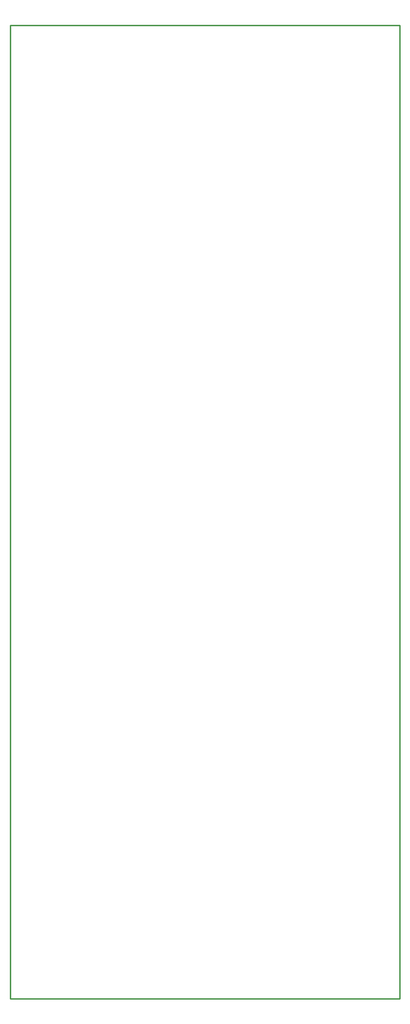
<source format=gko>
%FSLAX24Y24*%
%MOIN*%
G70*
G01*
G75*
G04 Layer_Color=16711935*
%ADD10C,0.0394*%
%ADD11R,0.0354X0.0354*%
%ADD12R,0.0394X0.0945*%
%ADD13R,0.1299X0.0945*%
%ADD14R,0.0532X0.0453*%
%ADD15O,0.0217X0.0689*%
%ADD16O,0.0689X0.0217*%
%ADD17R,0.0472X0.1378*%
%ADD18R,0.0630X0.0236*%
%ADD19R,0.0335X0.0335*%
%ADD20R,0.0610X0.0925*%
%ADD21R,0.0335X0.0669*%
%ADD22R,0.0866X0.0925*%
%ADD23R,0.0394X0.0394*%
%ADD24R,0.0630X0.1181*%
%ADD25O,0.0236X0.0866*%
%ADD26R,0.0492X0.1201*%
%ADD27R,0.2185X0.2559*%
%ADD28R,0.0787X0.2362*%
%ADD29R,0.0532X0.0453*%
%ADD30C,0.0150*%
%ADD31C,0.0300*%
%ADD32C,0.1000*%
%ADD33C,0.0500*%
%ADD34C,0.0250*%
%ADD35C,0.0591*%
%ADD36R,0.0591X0.0591*%
%ADD37C,0.0591*%
%ADD38P,0.2706X8X22.5*%
%ADD39C,0.1800*%
%ADD40C,0.0630*%
%ADD41C,0.1161*%
%ADD42R,0.0591X0.0591*%
%ADD43C,0.0500*%
%ADD44C,0.0394*%
%ADD45C,0.0098*%
%ADD46C,0.0100*%
%ADD47C,0.0236*%
%ADD48C,0.0079*%
%ADD49C,0.1181*%
%ADD50R,0.0434X0.0434*%
%ADD51R,0.0474X0.1025*%
%ADD52R,0.1379X0.1025*%
%ADD53R,0.0612X0.0533*%
%ADD54C,0.0984*%
%ADD55O,0.0297X0.0769*%
%ADD56O,0.0769X0.0297*%
%ADD57R,0.0552X0.1458*%
%ADD58R,0.0710X0.0316*%
%ADD59R,0.0415X0.0415*%
%ADD60R,0.0690X0.1005*%
%ADD61R,0.0415X0.0749*%
%ADD62R,0.0946X0.1005*%
%ADD63R,0.0474X0.0474*%
%ADD64R,0.0710X0.1261*%
%ADD65O,0.0316X0.0946*%
%ADD66R,0.0572X0.1281*%
%ADD67R,0.2265X0.2639*%
%ADD68R,0.0867X0.2442*%
%ADD69R,0.0612X0.0533*%
%ADD70C,0.0671*%
%ADD71R,0.0671X0.0671*%
%ADD72C,0.0671*%
%ADD73P,0.2793X8X22.5*%
%ADD74C,0.1880*%
%ADD75C,0.0710*%
%ADD76C,0.1241*%
%ADD77R,0.0671X0.0671*%
%ADD78C,0.0580*%
%ADD79C,0.1181*%
D46*
X54607Y25999D02*
X54607D01*
X26851Y25985D02*
X54607Y25999D01*
X54607D02*
Y95276D01*
X26851Y25985D02*
Y95276D01*
X54607D01*
M02*

</source>
